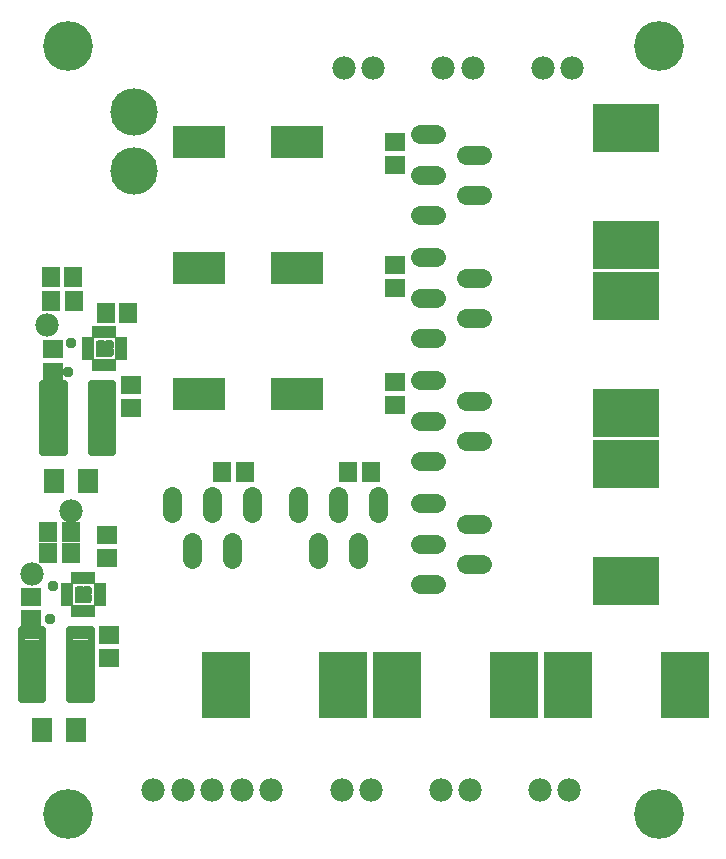
<source format=gts>
G75*
G70*
%OFA0B0*%
%FSLAX24Y24*%
%IPPOS*%
%LPD*%
%AMOC8*
5,1,8,0,0,1.08239X$1,22.5*
%
%ADD10R,0.0560X0.0560*%
%ADD11R,0.0395X0.0198*%
%ADD12R,0.0198X0.0395*%
%ADD13R,0.0592X0.0671*%
%ADD14C,0.0237*%
%ADD15R,0.0671X0.0592*%
%ADD16C,0.1580*%
%ADD17C,0.0780*%
%ADD18R,0.0710X0.0790*%
%ADD19C,0.0634*%
%ADD20R,0.1773X0.1064*%
%ADD21R,0.2245X0.1596*%
%ADD22R,0.1596X0.2245*%
%ADD23OC8,0.0358*%
%ADD24C,0.1661*%
D10*
X002680Y009080D03*
X003380Y017280D03*
D11*
X003931Y017182D03*
X003931Y017379D03*
X003931Y017576D03*
X003931Y016985D03*
X002829Y016985D03*
X002829Y017182D03*
X002829Y017379D03*
X002829Y017576D03*
X003231Y009375D03*
X003231Y009178D03*
X003231Y008982D03*
X003231Y008785D03*
X002129Y008785D03*
X002129Y008982D03*
X002129Y009178D03*
X002129Y009375D03*
D12*
X002385Y009631D03*
X002582Y009631D03*
X002778Y009631D03*
X002975Y009631D03*
X002975Y008529D03*
X002778Y008529D03*
X002582Y008529D03*
X002385Y008529D03*
X003085Y016729D03*
X003281Y016729D03*
X003478Y016729D03*
X003675Y016729D03*
X003675Y017832D03*
X003478Y017832D03*
X003281Y017832D03*
X003085Y017832D03*
D13*
X003434Y018471D03*
X004182Y018471D03*
X002359Y018882D03*
X001611Y018882D03*
X001602Y019676D03*
X002350Y019676D03*
X007306Y013180D03*
X008054Y013180D03*
X011506Y013180D03*
X012254Y013180D03*
X002254Y011160D03*
X002254Y010480D03*
X001506Y010480D03*
X001506Y011160D03*
D14*
X002026Y013821D02*
X002026Y016145D01*
X002026Y013821D02*
X001316Y013821D01*
X001316Y016145D01*
X002026Y016145D01*
X002026Y014057D02*
X001316Y014057D01*
X001316Y014293D02*
X002026Y014293D01*
X002026Y014529D02*
X001316Y014529D01*
X001316Y014765D02*
X002026Y014765D01*
X002026Y015001D02*
X001316Y015001D01*
X001316Y015237D02*
X002026Y015237D01*
X002026Y015473D02*
X001316Y015473D01*
X001316Y015709D02*
X002026Y015709D01*
X002026Y015945D02*
X001316Y015945D01*
X002931Y016145D02*
X002931Y013821D01*
X002931Y016145D02*
X003641Y016145D01*
X003641Y013821D01*
X002931Y013821D01*
X002931Y014057D02*
X003641Y014057D01*
X003641Y014293D02*
X002931Y014293D01*
X002931Y014529D02*
X003641Y014529D01*
X003641Y014765D02*
X002931Y014765D01*
X002931Y015001D02*
X003641Y015001D01*
X003641Y015237D02*
X002931Y015237D01*
X002931Y015473D02*
X003641Y015473D01*
X003641Y015709D02*
X002931Y015709D01*
X002931Y015945D02*
X003641Y015945D01*
X002213Y007919D02*
X002213Y005595D01*
X002213Y007919D02*
X002923Y007919D01*
X002923Y005595D01*
X002213Y005595D01*
X002213Y005831D02*
X002923Y005831D01*
X002923Y006067D02*
X002213Y006067D01*
X002213Y006303D02*
X002923Y006303D01*
X002923Y006539D02*
X002213Y006539D01*
X002213Y006775D02*
X002923Y006775D01*
X002923Y007011D02*
X002213Y007011D01*
X002213Y007247D02*
X002923Y007247D01*
X002923Y007483D02*
X002213Y007483D01*
X002213Y007719D02*
X002923Y007719D01*
X001309Y007919D02*
X001309Y005595D01*
X000599Y005595D01*
X000599Y007919D01*
X001309Y007919D01*
X001309Y005831D02*
X000599Y005831D01*
X000599Y006067D02*
X001309Y006067D01*
X001309Y006303D02*
X000599Y006303D01*
X000599Y006539D02*
X001309Y006539D01*
X001309Y006775D02*
X000599Y006775D01*
X000599Y007011D02*
X001309Y007011D01*
X001309Y007247D02*
X000599Y007247D01*
X000599Y007483D02*
X001309Y007483D01*
X001309Y007719D02*
X000599Y007719D01*
D15*
X000950Y008266D03*
X000950Y009014D03*
X003480Y010306D03*
X003480Y011054D03*
X003542Y007723D03*
X003542Y006974D03*
X004279Y015306D03*
X004279Y016054D03*
X001674Y016505D03*
X001674Y017253D03*
X013080Y016154D03*
X013080Y015406D03*
X013080Y019306D03*
X013080Y020054D03*
X013080Y023406D03*
X013080Y024154D03*
D16*
X004380Y023196D03*
X004380Y025164D03*
D17*
X001480Y018080D03*
X002280Y011880D03*
X000980Y009780D03*
X005011Y002580D03*
X005996Y002580D03*
X006980Y002580D03*
X007964Y002580D03*
X008949Y002580D03*
X011288Y002580D03*
X012272Y002580D03*
X014588Y002580D03*
X015572Y002580D03*
X017898Y002580D03*
X018882Y002580D03*
X018982Y026640D03*
X017998Y026640D03*
X015662Y026640D03*
X014678Y026640D03*
X012352Y026620D03*
X011368Y026620D03*
D18*
X002840Y012880D03*
X001720Y012880D03*
X001320Y004580D03*
X002440Y004580D03*
D19*
X006311Y010274D02*
X006311Y010829D01*
X006980Y011810D02*
X006980Y012364D01*
X008319Y012364D02*
X008319Y011810D01*
X007649Y010829D02*
X007649Y010274D01*
X005641Y011810D02*
X005641Y012364D01*
X009841Y012364D02*
X009841Y011810D01*
X010511Y010829D02*
X010511Y010274D01*
X011180Y011810D02*
X011180Y012364D01*
X011849Y010829D02*
X011849Y010274D01*
X012519Y011810D02*
X012519Y012364D01*
X013896Y012119D02*
X014450Y012119D01*
X015431Y011449D02*
X015986Y011449D01*
X015986Y010111D02*
X015431Y010111D01*
X014450Y010780D02*
X013896Y010780D01*
X013896Y009441D02*
X014450Y009441D01*
X014450Y013541D02*
X013896Y013541D01*
X013896Y014880D02*
X014450Y014880D01*
X015431Y014211D02*
X015986Y014211D01*
X015986Y015549D02*
X015431Y015549D01*
X014450Y016219D02*
X013896Y016219D01*
X013896Y017641D02*
X014450Y017641D01*
X015431Y018311D02*
X015986Y018311D01*
X015986Y019649D02*
X015431Y019649D01*
X014450Y018980D02*
X013896Y018980D01*
X013896Y020319D02*
X014450Y020319D01*
X014450Y021741D02*
X013896Y021741D01*
X013896Y023080D02*
X014450Y023080D01*
X015431Y022411D02*
X015986Y022411D01*
X015986Y023749D02*
X015431Y023749D01*
X014450Y024419D02*
X013896Y024419D01*
D20*
X009814Y024180D03*
X006546Y024180D03*
X006546Y019980D03*
X009814Y019980D03*
X009814Y015780D03*
X006546Y015780D03*
D21*
X020780Y015121D03*
X020780Y013439D03*
X020780Y009521D03*
X020780Y019039D03*
X020780Y020721D03*
X020780Y024639D03*
D22*
X018821Y006080D03*
X017039Y006080D03*
X013121Y006080D03*
X011339Y006080D03*
X007421Y006080D03*
X022739Y006080D03*
D23*
X003548Y017165D03*
X003548Y017401D03*
X003272Y017401D03*
X003272Y017165D03*
X002280Y017480D03*
X002180Y016510D03*
X001680Y009380D03*
X002560Y009200D03*
X002560Y008960D03*
X002800Y008960D03*
X002800Y009200D03*
X001580Y008280D03*
D24*
X002180Y001780D03*
X021880Y001780D03*
X021880Y027380D03*
X002180Y027380D03*
M02*

</source>
